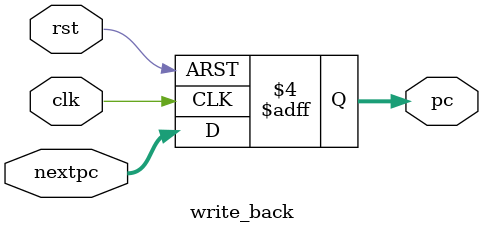
<source format=v>
module write_back(
	input clk,
	input rst, 
	input	[31:0] nextpc,
	output reg [31:0]	pc
	);
	
	always @(negedge rst or posedge clk) begin
		if (rst == 0)	pc <= 32'h8000;
		else if (clk == 1)	pc <= nextpc;
	end
endmodule

</source>
